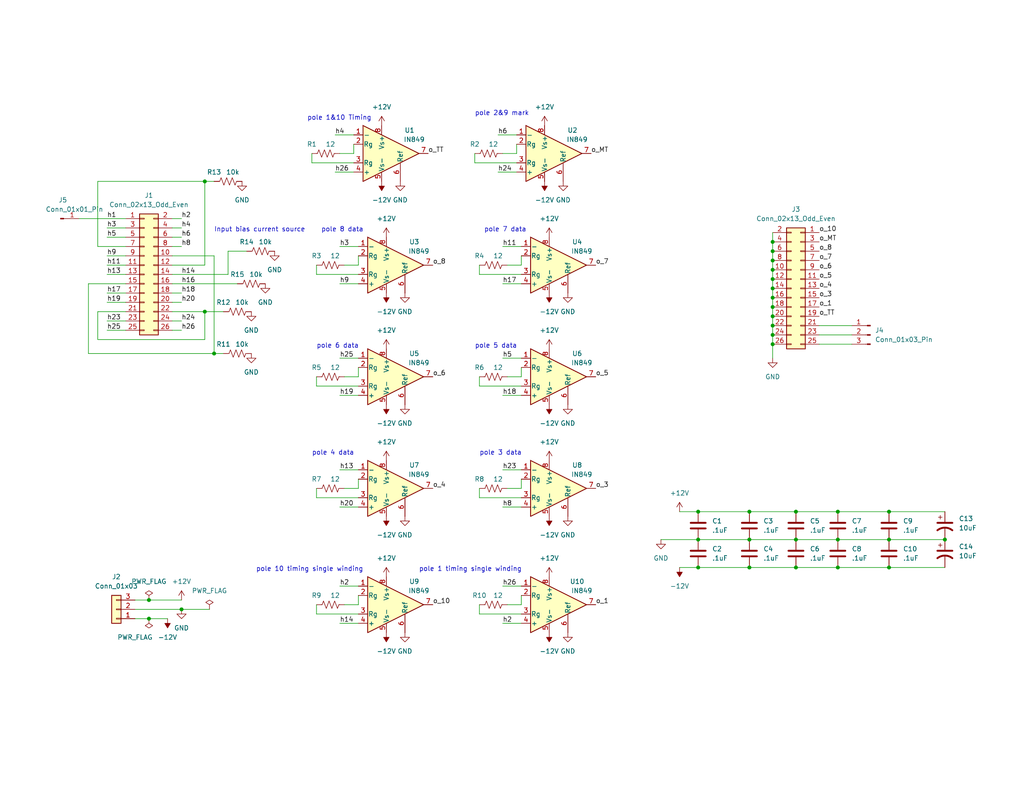
<source format=kicad_sch>
(kicad_sch (version 20231120) (generator "eeschema") (generator_version "8.0")
  (paper "USLetter")
  (lib_symbols
    (symbol "Amplifier_Instrumentation:AD8236" (pin_names (offset 0.127))
      (property "Reference" "U" (at 3.81 7.62 0))
      (property "Value" "AD8236" (at 3.81 5.08 0))
      (symbol "AD8236_0_1"
        (polyline (pts (xy -7.62 7.62) (xy -7.62 -7.62) (xy 7.62 0) (xy -7.62 7.62)) (stroke (width 0.254)) (fill (type background)))
      )
      (symbol "AD8236_1_1"
        (pin input line (at -10.16 5.08 0) (length 2.54) (name "-") (number "1"))
        (pin passive line (at -10.16 2.54 0) (length 2.54) (name "Rg") (number "2"))
        (pin passive line (at -10.16 -2.54 0) (length 2.54) (name "Rg") (number "3"))
        (pin input line (at -10.16 -5.08 0) (length 2.54) (name "+") (number "4"))
        (pin power_in line (at -2.54 -7.62 90) (length 2.54) (name "Vs-") (number "5"))
        (pin passive line (at 2.54 -7.62 90) (length 5.08) (name "Ref") (number "6"))
        (pin output line (at 10.16 0 180) (length 2.54) (name "~") (number "7"))
        (pin power_in line (at -2.54 7.62 270) (length 2.54) (name "Vs+") (number "8"))
      )
    )
    (symbol "Connector:Conn_01x01_Pin" (pin_names (offset 1.016) hide)
      (property "Reference" "J" (at 0 2.54 0))
      (property "Value" "Conn_01x01_Pin" (at 0 -2.54 0))
      (symbol "Conn_01x01_Pin_1_1"
        (polyline (pts (xy 1.27 0) (xy 0.8636 0)) (stroke (width 0.1524)))
        (rectangle (start 0.8636 0.127) (end 0 -0.127) (stroke (width 0.1524)) (fill (type outline)))
        (pin passive line (at 5.08 0 180) (length 3.81) (name "Pin_1") (number "1"))
      )
    )
    (symbol "Connector:Conn_01x03_Pin" (pin_names (offset 1.016) hide)
      (property "Reference" "J" (at 0 5.08 0))
      (property "Value" "Conn_01x03_Pin" (at 0 -5.08 0))
      (symbol "Conn_01x03_Pin_1_1"
        (polyline (pts (xy 1.27 -2.54) (xy 0.8636 -2.54)) (stroke (width 0.1524)))
        (polyline (pts (xy 1.27 0) (xy 0.8636 0)) (stroke (width 0.1524)))
        (polyline (pts (xy 1.27 2.54) (xy 0.8636 2.54)) (stroke (width 0.1524)))
        (rectangle (start 0.8636 -2.413) (end 0 -2.667) (stroke (width 0.1524)) (fill (type outline)))
        (rectangle (start 0.8636 0.127) (end 0 -0.127) (stroke (width 0.1524)) (fill (type outline)))
        (rectangle (start 0.8636 2.667) (end 0 2.413) (stroke (width 0.1524)) (fill (type outline)))
        (pin passive line (at 5.08 2.54 180) (length 3.81) (name "Pin_1") (number "1"))
        (pin passive line (at 5.08 0 180) (length 3.81) (name "Pin_2") (number "2"))
        (pin passive line (at 5.08 -2.54 180) (length 3.81) (name "Pin_3") (number "3"))
      )
    )
    (symbol "Connector_Generic:Conn_01x03" (pin_names (offset 1.016) hide)
      (property "Reference" "J" (at 0 5.08 0))
      (property "Value" "Conn_01x03" (at 0 -5.08 0))
      (symbol "Conn_01x03_1_1"
        (rectangle (start -1.27 -2.413) (end 0 -2.667) (stroke (width 0.1524)))
        (rectangle (start -1.27 0.127) (end 0 -0.127) (stroke (width 0.1524)))
        (rectangle (start -1.27 2.667) (end 0 2.413) (stroke (width 0.1524)))
        (rectangle (start -1.27 3.81) (end 1.27 -3.81) (stroke (width 0.254)) (fill (type background)))
        (pin passive line (at -5.08 2.54 0) (length 3.81) (name "Pin_1") (number "1"))
        (pin passive line (at -5.08 0 0) (length 3.81) (name "Pin_2") (number "2"))
        (pin passive line (at -5.08 -2.54 0) (length 3.81) (name "Pin_3") (number "3"))
      )
    )
    (symbol "Connector_Generic:Conn_02x13_Odd_Even" (pin_names (offset 1.016) hide)
      (property "Reference" "J" (at 1.27 17.78 0))
      (property "Value" "Conn_02x13_Odd_Even" (at 1.27 -17.78 0))
      (symbol "Conn_02x13_Odd_Even_1_1"
        (rectangle (start -1.27 -15.113) (end 0 -15.367) (stroke (width 0.1524)))
        (rectangle (start -1.27 -12.573) (end 0 -12.827) (stroke (width 0.1524)))
        (rectangle (start -1.27 -10.033) (end 0 -10.287) (stroke (width 0.1524)))
        (rectangle (start -1.27 -7.493) (end 0 -7.747) (stroke (width 0.1524)))
        (rectangle (start -1.27 -4.953) (end 0 -5.207) (stroke (width 0.1524)))
        (rectangle (start -1.27 -2.413) (end 0 -2.667) (stroke (width 0.1524)))
        (rectangle (start -1.27 0.127) (end 0 -0.127) (stroke (width 0.1524)))
        (rectangle (start -1.27 2.667) (end 0 2.413) (stroke (width 0.1524)))
        (rectangle (start -1.27 5.207) (end 0 4.953) (stroke (width 0.1524)))
        (rectangle (start -1.27 7.747) (end 0 7.493) (stroke (width 0.1524)))
        (rectangle (start -1.27 10.287) (end 0 10.033) (stroke (width 0.1524)))
        (rectangle (start -1.27 12.827) (end 0 12.573) (stroke (width 0.1524)))
        (rectangle (start -1.27 15.367) (end 0 15.113) (stroke (width 0.1524)))
        (rectangle (start -1.27 16.51) (end 3.81 -16.51) (stroke (width 0.254)) (fill (type background)))
        (rectangle (start 3.81 -15.113) (end 2.54 -15.367) (stroke (width 0.1524)))
        (rectangle (start 3.81 -12.573) (end 2.54 -12.827) (stroke (width 0.1524)))
        (rectangle (start 3.81 -10.033) (end 2.54 -10.287) (stroke (width 0.1524)))
        (rectangle (start 3.81 -7.493) (end 2.54 -7.747) (stroke (width 0.1524)))
        (rectangle (start 3.81 -4.953) (end 2.54 -5.207) (stroke (width 0.1524)))
        (rectangle (start 3.81 -2.413) (end 2.54 -2.667) (stroke (width 0.1524)))
        (rectangle (start 3.81 0.127) (end 2.54 -0.127) (stroke (width 0.1524)))
        (rectangle (start 3.81 2.667) (end 2.54 2.413) (stroke (width 0.1524)))
        (rectangle (start 3.81 5.207) (end 2.54 4.953) (stroke (width 0.1524)))
        (rectangle (start 3.81 7.747) (end 2.54 7.493) (stroke (width 0.1524)))
        (rectangle (start 3.81 10.287) (end 2.54 10.033) (stroke (width 0.1524)))
        (rectangle (start 3.81 12.827) (end 2.54 12.573) (stroke (width 0.1524)))
        (rectangle (start 3.81 15.367) (end 2.54 15.113) (stroke (width 0.1524)))
        (pin passive line (at -5.08 15.24 0) (length 3.81) (name "Pin_1") (number "1"))
        (pin passive line (at 7.62 5.08 180) (length 3.81) (name "Pin_10") (number "10"))
        (pin passive line (at -5.08 2.54 0) (length 3.81) (name "Pin_11") (number "11"))
        (pin passive line (at 7.62 2.54 180) (length 3.81) (name "Pin_12") (number "12"))
        (pin passive line (at -5.08 0 0) (length 3.81) (name "Pin_13") (number "13"))
        (pin passive line (at 7.62 0 180) (length 3.81) (name "Pin_14") (number "14"))
        (pin passive line (at -5.08 -2.54 0) (length 3.81) (name "Pin_15") (number "15"))
        (pin passive line (at 7.62 -2.54 180) (length 3.81) (name "Pin_16") (number "16"))
        (pin passive line (at -5.08 -5.08 0) (length 3.81) (name "Pin_17") (number "17"))
        (pin passive line (at 7.62 -5.08 180) (length 3.81) (name "Pin_18") (number "18"))
        (pin passive line (at -5.08 -7.62 0) (length 3.81) (name "Pin_19") (number "19"))
        (pin passive line (at 7.62 15.24 180) (length 3.81) (name "Pin_2") (number "2"))
        (pin passive line (at 7.62 -7.62 180) (length 3.81) (name "Pin_20") (number "20"))
        (pin passive line (at -5.08 -10.16 0) (length 3.81) (name "Pin_21") (number "21"))
        (pin passive line (at 7.62 -10.16 180) (length 3.81) (name "Pin_22") (number "22"))
        (pin passive line (at -5.08 -12.7 0) (length 3.81) (name "Pin_23") (number "23"))
        (pin passive line (at 7.62 -12.7 180) (length 3.81) (name "Pin_24") (number "24"))
        (pin passive line (at -5.08 -15.24 0) (length 3.81) (name "Pin_25") (number "25"))
        (pin passive line (at 7.62 -15.24 180) (length 3.81) (name "Pin_26") (number "26"))
        (pin passive line (at -5.08 12.7 0) (length 3.81) (name "Pin_3") (number "3"))
        (pin passive line (at 7.62 12.7 180) (length 3.81) (name "Pin_4") (number "4"))
        (pin passive line (at -5.08 10.16 0) (length 3.81) (name "Pin_5") (number "5"))
        (pin passive line (at 7.62 10.16 180) (length 3.81) (name "Pin_6") (number "6"))
        (pin passive line (at -5.08 7.62 0) (length 3.81) (name "Pin_7") (number "7"))
        (pin passive line (at 7.62 7.62 180) (length 3.81) (name "Pin_8") (number "8"))
        (pin passive line (at -5.08 5.08 0) (length 3.81) (name "Pin_9") (number "9"))
      )
    )
    (symbol "Device:C" (pin_numbers hide) (pin_names (offset 0.254))
      (property "Reference" "C" (at 0.635 2.54 0))
      (property "Value" "C" (at 0.635 -2.54 0))
      (symbol "C_0_1"
        (polyline (pts (xy -2.032 -0.762) (xy 2.032 -0.762)) (stroke (width 0.508)))
        (polyline (pts (xy -2.032 0.762) (xy 2.032 0.762)) (stroke (width 0.508)))
      )
      (symbol "C_1_1"
        (pin passive line (at 0 3.81 270) (length 2.794) (name "~") (number "1"))
        (pin passive line (at 0 -3.81 90) (length 2.794) (name "~") (number "2"))
      )
    )
    (symbol "Device:C_Polarized_US" (pin_numbers hide) (pin_names (offset 0.254) hide)
      (property "Reference" "C" (at 0.635 2.54 0))
      (property "Value" "C_Polarized_US" (at 0.635 -2.54 0))
      (symbol "C_Polarized_US_0_1"
        (polyline (pts (xy -2.032 0.762) (xy 2.032 0.762)) (stroke (width 0.508)))
        (polyline (pts (xy -1.778 2.286) (xy -0.762 2.286)))
        (polyline (pts (xy -1.27 1.778) (xy -1.27 2.794)))
        (arc (start 2.032 -1.27) (mid 0 -0.5572) (end -2.032 -1.27) (stroke (width 0.508)))
      )
      (symbol "C_Polarized_US_1_1"
        (pin passive line (at 0 3.81 270) (length 2.794) (name "~") (number "1"))
        (pin passive line (at 0 -3.81 90) (length 3.302) (name "~") (number "2"))
      )
    )
    (symbol "Device:R_US" (pin_numbers hide) (pin_names (offset 0))
      (property "Reference" "R" (at 2.54 0 90))
      (property "Value" "R_US" (at -2.54 0 90))
      (symbol "R_US_0_1"
        (polyline (pts (xy 0 -2.286) (xy 0 -2.54)))
        (polyline (pts (xy 0 2.286) (xy 0 2.54)))
        (polyline (pts (xy 0 -0.762) (xy 1.016 -1.143) (xy 0 -1.524) (xy -1.016 -1.905) (xy 0 -2.286)))
        (polyline (pts (xy 0 0.762) (xy 1.016 0.381) (xy 0 0) (xy -1.016 -0.381) (xy 0 -0.762)))
        (polyline (pts (xy 0 2.286) (xy 1.016 1.905) (xy 0 1.524) (xy -1.016 1.143) (xy 0 0.762)))
      )
      (symbol "R_US_1_1"
        (pin passive line (at 0 3.81 270) (length 1.27) (name "~") (number "1"))
        (pin passive line (at 0 -3.81 90) (length 1.27) (name "~") (number "2"))
      )
    )
    (symbol "power:+12V" (power) (pin_names (offset 0))
      (property "Value" "+12V" (at 0 3.556 0))
      (symbol "+12V_0_1"
        (polyline (pts (xy -0.762 1.27) (xy 0 2.54)))
        (polyline (pts (xy 0 0) (xy 0 2.54)))
        (polyline (pts (xy 0 2.54) (xy 0.762 1.27)))
      )
      (symbol "+12V_1_1"
        (pin power_in line (at 0 0 90) (length 0) hide (name "+12V") (number "1"))
      )
    )
    (symbol "power:-12V" (power) (pin_names (offset 0))
      (property "Value" "-12V" (at 0 3.81 0))
      (symbol "-12V_0_0"
        (pin power_in line (at 0 0 90) (length 0) hide (name "-12V") (number "1"))
      )
      (symbol "-12V_0_1"
        (polyline (pts (xy 0 0) (xy 0 1.27) (xy 0.762 1.27) (xy 0 2.54) (xy -0.762 1.27) (xy 0 1.27)) (fill (type outline)))
      )
    )
    (symbol "power:GND" (power) (pin_names (offset 0))
      (property "Value" "GND" (at 0 -3.81 0))
      (symbol "GND_0_1"
        (polyline (pts (xy 0 0) (xy 0 -1.27) (xy 1.27 -1.27) (xy 0 -2.54) (xy -1.27 -1.27) (xy 0 -1.27)))
      )
      (symbol "GND_1_1"
        (pin power_in line (at 0 0 270) (length 0) hide (name "GND") (number "1"))
      )
    )
    (symbol "power:PWR_FLAG" (power) (pin_numbers hide) (pin_names (offset 0) hide)
      (property "Value" "PWR_FLAG" (at 0 3.81 0))
      (symbol "PWR_FLAG_0_0"
        (pin power_out line (at 0 0 90) (length 0) (name "pwr") (number "1"))
      )
      (symbol "PWR_FLAG_0_1"
        (polyline (pts (xy 0 0) (xy 0 1.27) (xy -1.016 1.905) (xy 0 2.54) (xy 1.016 1.905) (xy 0 1.27)))
      )
    )
  )
  (junction (at 210.82 81.28))
  (junction (at 55.88 49.53))
  (junction (at 190.5 154.94))
  (junction (at 210.82 71.12))
  (junction (at 257.81 147.32))
  (junction (at 40.64 168.91))
  (junction (at 242.57 139.7))
  (junction (at 210.82 88.9))
  (junction (at 204.47 139.7))
  (junction (at 210.82 76.2))
  (junction (at 242.57 154.94))
  (junction (at 49.53 166.37))
  (junction (at 210.82 83.82))
  (junction (at 210.82 93.98))
  (junction (at 55.88 85.09))
  (junction (at 204.47 147.32))
  (junction (at 190.5 147.32))
  (junction (at 228.6 147.32))
  (junction (at 228.6 139.7))
  (junction (at 228.6 154.94))
  (junction (at 210.82 68.58))
  (junction (at 210.82 73.66))
  (junction (at 204.47 154.94))
  (junction (at 210.82 78.74))
  (junction (at 242.57 147.32))
  (junction (at 217.17 147.32))
  (junction (at 190.5 139.7))
  (junction (at 210.82 86.36))
  (junction (at 58.42 96.52))
  (junction (at 210.82 91.44))
  (junction (at 40.64 163.83))
  (junction (at 210.82 66.04))
  (junction (at 217.17 154.94))
  (junction (at 217.17 139.7))
  (wire (pts (xy 58.42 69.85) (xy 58.42 96.52)))
  (wire (pts (xy 29.21 74.93) (xy 34.29 74.93)))
  (wire (pts (xy 204.47 139.7) (xy 217.17 139.7)))
  (wire (pts (xy 93.98 102.87) (xy 97.79 102.87)))
  (wire (pts (xy 24.13 77.47) (xy 34.29 77.47)))
  (wire (pts (xy 210.82 71.12) (xy 210.82 73.66)))
  (wire (pts (xy 138.43 165.1) (xy 142.24 165.1)))
  (wire (pts (xy 29.21 80.01) (xy 34.29 80.01)))
  (wire (pts (xy 91.44 36.83) (xy 96.52 36.83)))
  (wire (pts (xy 91.44 46.99) (xy 96.52 46.99)))
  (wire (pts (xy 138.43 133.35) (xy 142.24 133.35)))
  (wire (pts (xy 62.23 68.58) (xy 67.31 68.58)))
  (wire (pts (xy 29.21 87.63) (xy 34.29 87.63)))
  (wire (pts (xy 210.82 81.28) (xy 210.82 83.82)))
  (wire (pts (xy 210.82 63.5) (xy 210.82 66.04)))
  (wire (pts (xy 92.71 138.43) (xy 97.79 138.43)))
  (wire (pts (xy 242.57 154.94) (xy 257.81 154.94)))
  (wire (pts (xy 26.67 67.31) (xy 34.29 67.31)))
  (wire (pts (xy 135.89 36.83) (xy 140.97 36.83)))
  (wire (pts (xy 138.43 102.87) (xy 142.24 102.87)))
  (wire (pts (xy 46.99 87.63) (xy 49.53 87.63)))
  (wire (pts (xy 210.82 78.74) (xy 210.82 81.28)))
  (wire (pts (xy 97.79 133.35) (xy 97.79 130.81)))
  (wire (pts (xy 24.13 96.52) (xy 58.42 96.52)))
  (wire (pts (xy 185.42 154.94) (xy 190.5 154.94)))
  (wire (pts (xy 86.36 167.64) (xy 86.36 165.1)))
  (wire (pts (xy 24.13 77.47) (xy 24.13 96.52)))
  (wire (pts (xy 26.67 85.09) (xy 34.29 85.09)))
  (wire (pts (xy 46.99 69.85) (xy 58.42 69.85)))
  (wire (pts (xy 46.99 62.23) (xy 49.53 62.23)))
  (wire (pts (xy 130.81 105.41) (xy 130.81 102.87)))
  (wire (pts (xy 36.83 163.83) (xy 40.64 163.83)))
  (wire (pts (xy 46.99 74.93) (xy 62.23 74.93)))
  (wire (pts (xy 97.79 135.89) (xy 86.36 135.89)))
  (wire (pts (xy 62.23 74.93) (xy 62.23 68.58)))
  (wire (pts (xy 190.5 139.7) (xy 204.47 139.7)))
  (wire (pts (xy 29.21 69.85) (xy 34.29 69.85)))
  (wire (pts (xy 92.71 41.91) (xy 96.52 41.91)))
  (wire (pts (xy 92.71 170.18) (xy 97.79 170.18)))
  (wire (pts (xy 210.82 91.44) (xy 210.82 93.98)))
  (wire (pts (xy 92.71 107.95) (xy 97.79 107.95)))
  (wire (pts (xy 97.79 105.41) (xy 86.36 105.41)))
  (wire (pts (xy 92.71 77.47) (xy 97.79 77.47)))
  (wire (pts (xy 130.81 74.93) (xy 130.81 72.39)))
  (wire (pts (xy 55.88 85.09) (xy 60.96 85.09)))
  (wire (pts (xy 55.88 85.09) (xy 55.88 92.71)))
  (wire (pts (xy 140.97 41.91) (xy 140.97 39.37)))
  (wire (pts (xy 228.6 147.32) (xy 242.57 147.32)))
  (wire (pts (xy 29.21 64.77) (xy 34.29 64.77)))
  (wire (pts (xy 185.42 139.7) (xy 190.5 139.7)))
  (wire (pts (xy 142.24 135.89) (xy 130.81 135.89)))
  (wire (pts (xy 55.88 92.71) (xy 26.67 92.71)))
  (wire (pts (xy 29.21 62.23) (xy 34.29 62.23)))
  (wire (pts (xy 204.47 154.94) (xy 217.17 154.94)))
  (wire (pts (xy 142.24 102.87) (xy 142.24 100.33)))
  (wire (pts (xy 210.82 83.82) (xy 210.82 86.36)))
  (wire (pts (xy 46.99 64.77) (xy 49.53 64.77)))
  (wire (pts (xy 138.43 72.39) (xy 142.24 72.39)))
  (wire (pts (xy 86.36 74.93) (xy 86.36 72.39)))
  (wire (pts (xy 242.57 139.7) (xy 257.81 139.7)))
  (wire (pts (xy 137.16 97.79) (xy 142.24 97.79)))
  (wire (pts (xy 92.71 97.79) (xy 97.79 97.79)))
  (wire (pts (xy 210.82 68.58) (xy 210.82 71.12)))
  (wire (pts (xy 137.16 77.47) (xy 142.24 77.47)))
  (wire (pts (xy 180.34 147.32) (xy 190.5 147.32)))
  (wire (pts (xy 46.99 85.09) (xy 55.88 85.09)))
  (wire (pts (xy 93.98 165.1) (xy 97.79 165.1)))
  (wire (pts (xy 223.52 91.44) (xy 232.41 91.44)))
  (wire (pts (xy 217.17 154.94) (xy 228.6 154.94)))
  (wire (pts (xy 97.79 165.1) (xy 97.79 162.56)))
  (wire (pts (xy 223.52 88.9) (xy 232.41 88.9)))
  (wire (pts (xy 129.54 44.45) (xy 129.54 41.91)))
  (wire (pts (xy 29.21 72.39) (xy 34.29 72.39)))
  (wire (pts (xy 97.79 72.39) (xy 97.79 69.85)))
  (wire (pts (xy 96.52 44.45) (xy 85.09 44.45)))
  (wire (pts (xy 86.36 105.41) (xy 86.36 102.87)))
  (wire (pts (xy 40.64 168.91) (xy 45.72 168.91)))
  (wire (pts (xy 49.53 166.37) (xy 57.15 166.37)))
  (wire (pts (xy 93.98 72.39) (xy 97.79 72.39)))
  (wire (pts (xy 97.79 74.93) (xy 86.36 74.93)))
  (wire (pts (xy 26.67 92.71) (xy 26.67 85.09)))
  (wire (pts (xy 36.83 168.91) (xy 40.64 168.91)))
  (wire (pts (xy 92.71 160.02) (xy 97.79 160.02)))
  (wire (pts (xy 46.99 59.69) (xy 49.53 59.69)))
  (wire (pts (xy 228.6 154.94) (xy 242.57 154.94)))
  (wire (pts (xy 137.16 170.18) (xy 142.24 170.18)))
  (wire (pts (xy 46.99 80.01) (xy 49.53 80.01)))
  (wire (pts (xy 21.59 59.69) (xy 34.29 59.69)))
  (wire (pts (xy 130.81 135.89) (xy 130.81 133.35)))
  (wire (pts (xy 93.98 133.35) (xy 97.79 133.35)))
  (wire (pts (xy 223.52 93.98) (xy 232.41 93.98)))
  (wire (pts (xy 46.99 72.39) (xy 55.88 72.39)))
  (wire (pts (xy 190.5 147.32) (xy 204.47 147.32)))
  (wire (pts (xy 85.09 44.45) (xy 85.09 41.91)))
  (wire (pts (xy 137.16 41.91) (xy 140.97 41.91)))
  (wire (pts (xy 55.88 72.39) (xy 55.88 49.53)))
  (wire (pts (xy 137.16 107.95) (xy 142.24 107.95)))
  (wire (pts (xy 46.99 77.47) (xy 64.77 77.47)))
  (wire (pts (xy 29.21 82.55) (xy 34.29 82.55)))
  (wire (pts (xy 46.99 67.31) (xy 49.53 67.31)))
  (wire (pts (xy 26.67 49.53) (xy 26.67 67.31)))
  (wire (pts (xy 92.71 67.31) (xy 97.79 67.31)))
  (wire (pts (xy 55.88 49.53) (xy 26.67 49.53)))
  (wire (pts (xy 210.82 88.9) (xy 210.82 91.44)))
  (wire (pts (xy 142.24 167.64) (xy 130.81 167.64)))
  (wire (pts (xy 210.82 73.66) (xy 210.82 76.2)))
  (wire (pts (xy 29.21 90.17) (xy 34.29 90.17)))
  (wire (pts (xy 210.82 76.2) (xy 210.82 78.74)))
  (wire (pts (xy 217.17 147.32) (xy 228.6 147.32)))
  (wire (pts (xy 46.99 82.55) (xy 49.53 82.55)))
  (wire (pts (xy 97.79 167.64) (xy 86.36 167.64)))
  (wire (pts (xy 210.82 93.98) (xy 210.82 97.79)))
  (wire (pts (xy 137.16 160.02) (xy 142.24 160.02)))
  (wire (pts (xy 36.83 166.37) (xy 49.53 166.37)))
  (wire (pts (xy 86.36 135.89) (xy 86.36 133.35)))
  (wire (pts (xy 96.52 41.91) (xy 96.52 39.37)))
  (wire (pts (xy 40.64 163.83) (xy 49.53 163.83)))
  (wire (pts (xy 142.24 133.35) (xy 142.24 130.81)))
  (wire (pts (xy 137.16 138.43) (xy 142.24 138.43)))
  (wire (pts (xy 242.57 147.32) (xy 257.81 147.32)))
  (wire (pts (xy 135.89 46.99) (xy 140.97 46.99)))
  (wire (pts (xy 46.99 90.17) (xy 49.53 90.17)))
  (wire (pts (xy 140.97 44.45) (xy 129.54 44.45)))
  (wire (pts (xy 137.16 128.27) (xy 142.24 128.27)))
  (wire (pts (xy 142.24 165.1) (xy 142.24 162.56)))
  (wire (pts (xy 137.16 67.31) (xy 142.24 67.31)))
  (wire (pts (xy 204.47 147.32) (xy 217.17 147.32)))
  (wire (pts (xy 210.82 66.04) (xy 210.82 68.58)))
  (wire (pts (xy 55.88 49.53) (xy 58.42 49.53)))
  (wire (pts (xy 210.82 86.36) (xy 210.82 88.9)))
  (wire (pts (xy 58.42 96.52) (xy 60.96 96.52)))
  (wire (pts (xy 92.71 128.27) (xy 97.79 128.27)))
  (wire (pts (xy 142.24 74.93) (xy 130.81 74.93)))
  (wire (pts (xy 190.5 154.94) (xy 204.47 154.94)))
  (wire (pts (xy 228.6 139.7) (xy 242.57 139.7)))
  (wire (pts (xy 142.24 72.39) (xy 142.24 69.85)))
  (wire (pts (xy 130.81 167.64) (xy 130.81 165.1)))
  (wire (pts (xy 97.79 102.87) (xy 97.79 100.33)))
  (wire (pts (xy 217.17 139.7) (xy 228.6 139.7)))
  (wire (pts (xy 142.24 105.41) (xy 130.81 105.41)))
  (text "Input bias current source" (at 58.42 63.5 0) (effects (font (size 1.27 1.27)) (justify left bottom)))
  (text "pole 3 data" (at 130.81 124.46 0) (effects (font (size 1.27 1.27)) (justify left bottom)))
  (text "pole 7 data" (at 132.08 63.5 0) (effects (font (size 1.27 1.27)) (justify left bottom)))
  (text "pole 6 data" (at 86.36 95.25 0) (effects (font (size 1.27 1.27)) (justify left bottom)))
  (text "pole 1&10 Timing\n" (at 83.82 33.02 0) (effects (font (size 1.27 1.27)) (justify left bottom)))
  (text "pole 10 timing single winding\n" (at 69.85 156.21 0) (effects (font (size 1.27 1.27)) (justify left bottom)))
  (text "pole 2&9 mark\n" (at 129.54 31.75 0) (effects (font (size 1.27 1.27)) (justify left bottom)))
  (text "pole 8 data" (at 87.63 63.5 0) (effects (font (size 1.27 1.27)) (justify left bottom)))
  (text "pole 1 timing single winding\n" (at 114.3 156.21 0) (effects (font (size 1.27 1.27)) (justify left bottom)))
  (text "pole 5 data" (at 129.54 95.25 0) (effects (font (size 1.27 1.27)) (justify left bottom)))
  (text "pole 4 data" (at 85.09 124.46 0) (effects (font (size 1.27 1.27)) (justify left bottom)))
  (label "h20" (at 49.53 82.55 0))
  (label "h20" (at 92.71 138.43 0))
  (label "o_TT" (at 223.52 86.36 0))
  (label "h4" (at 49.53 62.23 0))
  (label "h24" (at 49.53 87.63 0))
  (label "h13" (at 92.71 128.27 0))
  (label "h17" (at 29.21 80.01 0))
  (label "o_MT" (at 223.52 66.04 0))
  (label "o_6" (at 118.11 102.87 0))
  (label "h3" (at 29.21 62.23 0))
  (label "h14" (at 92.71 170.18 0))
  (label "o_MT" (at 161.29 41.91 0))
  (label "h6" (at 49.53 64.77 0))
  (label "h25" (at 92.71 97.79 0))
  (label "h5" (at 137.16 97.79 0))
  (label "h8" (at 137.16 138.43 0))
  (label "h19" (at 92.71 107.95 0))
  (label "o_6" (at 223.52 73.66 0))
  (label "o_10" (at 118.11 165.1 0))
  (label "h4" (at 91.44 36.83 0))
  (label "o_7" (at 162.56 72.39 0))
  (label "h13" (at 29.21 74.93 0))
  (label "h16" (at 49.53 77.47 0))
  (label "h11" (at 137.16 67.31 0))
  (label "h25" (at 29.21 90.17 0))
  (label "h9" (at 92.71 77.47 0))
  (label "h5" (at 29.21 64.77 0))
  (label "h6" (at 135.89 36.83 0))
  (label "h23" (at 29.21 87.63 0))
  (label "h2" (at 137.16 170.18 0))
  (label "o_1" (at 223.52 83.82 0))
  (label "h1" (at 29.21 59.69 0))
  (label "o_4" (at 118.11 133.35 0))
  (label "o_5" (at 223.52 76.2 0))
  (label "h3" (at 92.71 67.31 0))
  (label "h26" (at 49.53 90.17 0))
  (label "o_8" (at 223.52 68.58 0))
  (label "o_1" (at 162.56 165.1 0))
  (label "o_5" (at 162.56 102.87 0))
  (label "h17" (at 137.16 77.47 0))
  (label "h2" (at 92.71 160.02 0))
  (label "h9" (at 29.21 69.85 0))
  (label "h14" (at 49.53 74.93 0))
  (label "h2" (at 49.53 59.69 0))
  (label "o_TT" (at 116.84 41.91 0))
  (label "h26" (at 137.16 160.02 0))
  (label "o_10" (at 223.52 63.5 0))
  (label "h8" (at 49.53 67.31 0))
  (label "o_7" (at 223.52 71.12 0))
  (label "h26" (at 91.44 46.99 0))
  (label "h24" (at 135.89 46.99 0))
  (label "o_8" (at 118.11 72.39 0))
  (label "o_4" (at 223.52 78.74 0))
  (label "h18" (at 49.53 80.01 0))
  (label "h11" (at 29.21 72.39 0))
  (label "h19" (at 29.21 82.55 0))
  (label "o_3" (at 223.52 81.28 0))
  (label "h18" (at 137.16 107.95 0))
  (label "h23" (at 137.16 128.27 0))
  (label "o_3" (at 162.56 133.35 0))
  (symbol (lib_id "Amplifier_Instrumentation:AD8236") (at 107.95 165.1 0) (unit 1)
    (property "Reference" "U9" (at 113.03 158.75 0))
    (property "Value" "IN849" (at 114.3 161.29 0))
    (property "Footprint" "Library:VSSOP-8_3.0x3.0mm_P0.65mm-0.08space" (effects (hide yes)))
    (property "Datasheet" "https://www.ti.com/lit/ds/symlink/ina849.pdf?ts=1716794813326&ref_url=https%253A%252F%252Fwww.ti.com%252Faudio-ic%252Famplifiers%252Fmicrophone-preamplifiers%252Fproducts.html" (effects (hide yes)))
  )
  (symbol (lib_id "Device:C") (at 242.57 143.51 0) (unit 1)
    (property "Reference" "C9" (at 246.38 142.24 0) (effects (justify left)))
    (property "Value" ".1uF" (at 246.38 144.78 0) (effects (justify left)))
    (property "Footprint" "Capacitor_SMD:C_0805_2012Metric" (effects (hide yes)))
  )
  (symbol (lib_id "Device:R_US") (at 64.77 96.52 90) (unit 1)
    (property "Reference" "R11" (at 60.96 93.98 90))
    (property "Value" "10k" (at 66.04 93.98 90))
    (property "Footprint" "Resistor_SMD:R_0805_2012Metric" (effects (hide yes)))
  )
  (symbol (lib_id "Amplifier_Instrumentation:AD8236") (at 106.68 41.91 0) (unit 1)
    (property "Reference" "U1" (at 111.76 35.56 0))
    (property "Value" "IN849" (at 113.03 38.1 0))
    (property "Footprint" "Library:VSSOP-8_3.0x3.0mm_P0.65mm-0.08space" (effects (hide yes)))
    (property "Datasheet" "https://www.ti.com/lit/ds/symlink/ina849.pdf?ts=1716794813326&ref_url=https%253A%252F%252Fwww.ti.com%252Faudio-ic%252Famplifiers%252Fmicrophone-preamplifiers%252Fproducts.html" (effects (hide yes)))
  )
  (symbol (lib_id "Amplifier_Instrumentation:AD8236") (at 152.4 102.87 0) (unit 1)
    (property "Reference" "U6" (at 157.48 96.52 0))
    (property "Value" "IN849" (at 158.75 99.06 0))
    (property "Footprint" "Library:VSSOP-8_3.0x3.0mm_P0.65mm-0.08space" (effects (hide yes)))
    (property "Datasheet" "https://www.ti.com/lit/ds/symlink/ina849.pdf?ts=1716794813326&ref_url=https%253A%252F%252Fwww.ti.com%252Faudio-ic%252Famplifiers%252Fmicrophone-preamplifiers%252Fproducts.html" (effects (hide yes)))
  )
  (symbol (lib_id "power:+12V") (at 104.14 34.29 0) (unit 1)
    (property "Reference" "#PWR01" (effects (hide yes)))
    (property "Value" "+12V" (at 104.14 29.21 0))
  )
  (symbol (lib_id "Device:C") (at 217.17 143.51 0) (unit 1)
    (property "Reference" "C5" (at 220.98 142.24 0) (effects (justify left)))
    (property "Value" ".1uF" (at 220.98 144.78 0) (effects (justify left)))
    (property "Footprint" "Capacitor_SMD:C_0805_2012Metric" (effects (hide yes)))
  )
  (symbol (lib_id "Amplifier_Instrumentation:AD8236") (at 152.4 133.35 0) (unit 1)
    (property "Reference" "U8" (at 157.48 127 0))
    (property "Value" "IN849" (at 158.75 129.54 0))
    (property "Footprint" "Library:VSSOP-8_3.0x3.0mm_P0.65mm-0.08space" (effects (hide yes)))
    (property "Datasheet" "https://www.ti.com/lit/ds/symlink/ina849.pdf?ts=1716794813326&ref_url=https%253A%252F%252Fwww.ti.com%252Faudio-ic%252Famplifiers%252Fmicrophone-preamplifiers%252Fproducts.html" (effects (hide yes)))
  )
  (symbol (lib_id "power:GND") (at 154.94 80.01 0) (unit 1)
    (property "Reference" "#PWR012" (effects (hide yes)))
    (property "Value" "GND" (at 154.94 85.09 0))
  )
  (symbol (lib_id "Device:C") (at 228.6 151.13 0) (unit 1)
    (property "Reference" "C8" (at 232.41 149.86 0) (effects (justify left)))
    (property "Value" ".1uF" (at 232.41 152.4 0) (effects (justify left)))
    (property "Footprint" "Capacitor_SMD:C_0805_2012Metric" (effects (hide yes)))
  )
  (symbol (lib_id "Device:C") (at 190.5 143.51 0) (unit 1)
    (property "Reference" "C1" (at 194.31 142.24 0) (effects (justify left)))
    (property "Value" ".1uF" (at 194.31 144.78 0) (effects (justify left)))
    (property "Footprint" "Capacitor_SMD:C_0805_2012Metric" (effects (hide yes)))
  )
  (symbol (lib_id "power:GND") (at 154.94 140.97 0) (unit 1)
    (property "Reference" "#PWR024" (effects (hide yes)))
    (property "Value" "GND" (at 154.94 146.05 0))
  )
  (symbol (lib_id "power:-12V") (at 105.41 140.97 180) (unit 1)
    (property "Reference" "#PWR020" (effects (hide yes)))
    (property "Value" "-12V" (at 105.41 146.05 0))
  )
  (symbol (lib_id "power:GND") (at 210.82 97.79 0) (unit 1)
    (property "Reference" "#PWR039" (effects (hide yes)))
    (property "Value" "GND" (at 210.82 102.87 0))
  )
  (symbol (lib_id "Device:R_US") (at 90.17 72.39 90) (unit 1)
    (property "Reference" "R3" (at 86.36 69.85 90))
    (property "Value" "12" (at 91.44 69.85 90))
    (property "Footprint" "Resistor_SMD:R_0805_2012Metric" (effects (hide yes)))
  )
  (symbol (lib_id "Connector:Conn_01x01_Pin") (at 16.51 59.69 0) (unit 1)
    (property "Reference" "J5" (at 17.145 54.61 0))
    (property "Value" "Conn_01x01_Pin" (at 20.32 57.15 0))
    (property "Footprint" "Connector_PinHeader_2.54mm:PinHeader_1x01_P2.54mm_Vertical" (effects (hide yes)))
  )
  (symbol (lib_id "power:+12V") (at 185.42 139.7 0) (unit 1)
    (property "Reference" "#PWR038" (effects (hide yes)))
    (property "Value" "+12V" (at 185.42 134.62 0))
  )
  (symbol (lib_id "power:GND") (at 68.58 85.09 0) (unit 1)
    (property "Reference" "#PWR032" (effects (hide yes)))
    (property "Value" "GND" (at 68.58 90.17 0))
  )
  (symbol (lib_id "Device:R_US") (at 90.17 165.1 90) (unit 1)
    (property "Reference" "R9" (at 86.36 162.56 90))
    (property "Value" "12" (at 91.44 162.56 90))
    (property "Footprint" "Resistor_SMD:R_0805_2012Metric" (effects (hide yes)))
  )
  (symbol (lib_id "Device:R_US") (at 64.77 85.09 90) (unit 1)
    (property "Reference" "R12" (at 60.96 82.55 90))
    (property "Value" "10k" (at 66.04 82.55 90))
    (property "Footprint" "Resistor_SMD:R_0805_2012Metric" (effects (hide yes)))
  )
  (symbol (lib_id "power:+12V") (at 149.86 157.48 0) (unit 1)
    (property "Reference" "#PWR028" (effects (hide yes)))
    (property "Value" "+12V" (at 149.86 152.4 0))
  )
  (symbol (lib_id "power:+12V") (at 49.53 163.83 0) (unit 1)
    (property "Reference" "#PWR040" (effects (hide yes)))
    (property "Value" "+12V" (at 49.53 158.75 0))
  )
  (symbol (lib_id "Device:R_US") (at 90.17 102.87 90) (unit 1)
    (property "Reference" "R5" (at 86.36 100.33 90))
    (property "Value" "12" (at 91.44 100.33 90))
    (property "Footprint" "Resistor_SMD:R_0805_2012Metric" (effects (hide yes)))
  )
  (symbol (lib_id "Device:C") (at 190.5 151.13 0) (unit 1)
    (property "Reference" "C2" (at 194.31 149.86 0) (effects (justify left)))
    (property "Value" ".1uF" (at 194.31 152.4 0) (effects (justify left)))
    (property "Footprint" "Capacitor_SMD:C_0805_2012Metric" (effects (hide yes)))
  )
  (symbol (lib_id "power:GND") (at 153.67 49.53 0) (unit 1)
    (property "Reference" "#PWR06" (effects (hide yes)))
    (property "Value" "GND" (at 153.67 54.61 0))
  )
  (symbol (lib_id "power:+12V") (at 148.59 34.29 0) (unit 1)
    (property "Reference" "#PWR04" (effects (hide yes)))
    (property "Value" "+12V" (at 148.59 29.21 0))
  )
  (symbol (lib_id "power:PWR_FLAG") (at 40.64 163.83 0) (unit 1)
    (property "Reference" "#FLG01" (effects (hide yes)))
    (property "Value" "PWR_FLAG" (at 40.64 158.75 0))
  )
  (symbol (lib_id "power:GND") (at 110.49 140.97 0) (unit 1)
    (property "Reference" "#PWR021" (effects (hide yes)))
    (property "Value" "GND" (at 110.49 146.05 0))
  )
  (symbol (lib_id "Amplifier_Instrumentation:AD8236") (at 107.95 72.39 0) (unit 1)
    (property "Reference" "U3" (at 113.03 66.04 0))
    (property "Value" "IN849" (at 114.3 68.58 0))
    (property "Footprint" "Library:VSSOP-8_3.0x3.0mm_P0.65mm-0.08space" (effects (hide yes)))
    (property "Datasheet" "https://www.ti.com/lit/ds/symlink/ina849.pdf?ts=1716794813326&ref_url=https%253A%252F%252Fwww.ti.com%252Faudio-ic%252Famplifiers%252Fmicrophone-preamplifiers%252Fproducts.html" (effects (hide yes)))
  )
  (symbol (lib_id "Amplifier_Instrumentation:AD8236") (at 152.4 72.39 0) (unit 1)
    (property "Reference" "U4" (at 157.48 66.04 0))
    (property "Value" "IN849" (at 158.75 68.58 0))
    (property "Footprint" "Library:VSSOP-8_3.0x3.0mm_P0.65mm-0.08space" (effects (hide yes)))
    (property "Datasheet" "https://www.ti.com/lit/ds/symlink/ina849.pdf?ts=1716794813326&ref_url=https%253A%252F%252Fwww.ti.com%252Faudio-ic%252Famplifiers%252Fmicrophone-preamplifiers%252Fproducts.html" (effects (hide yes)))
  )
  (symbol (lib_id "power:-12V") (at 149.86 110.49 180) (unit 1)
    (property "Reference" "#PWR017" (effects (hide yes)))
    (property "Value" "-12V" (at 149.86 115.57 0))
  )
  (symbol (lib_id "power:GND") (at 110.49 172.72 0) (unit 1)
    (property "Reference" "#PWR027" (effects (hide yes)))
    (property "Value" "GND" (at 110.49 177.8 0))
  )
  (symbol (lib_id "power:+12V") (at 149.86 95.25 0) (unit 1)
    (property "Reference" "#PWR016" (effects (hide yes)))
    (property "Value" "+12V" (at 149.86 90.17 0))
  )
  (symbol (lib_id "Amplifier_Instrumentation:AD8236") (at 107.95 102.87 0) (unit 1)
    (property "Reference" "U5" (at 113.03 96.52 0))
    (property "Value" "IN849" (at 114.3 99.06 0))
    (property "Footprint" "Library:VSSOP-8_3.0x3.0mm_P0.65mm-0.08space" (effects (hide yes)))
    (property "Datasheet" "https://www.ti.com/lit/ds/symlink/ina849.pdf?ts=1716794813326&ref_url=https%253A%252F%252Fwww.ti.com%252Faudio-ic%252Famplifiers%252Fmicrophone-preamplifiers%252Fproducts.html" (effects (hide yes)))
  )
  (symbol (lib_id "Device:C") (at 217.17 151.13 0) (unit 1)
    (property "Reference" "C6" (at 220.98 149.86 0) (effects (justify left)))
    (property "Value" ".1uF" (at 220.98 152.4 0) (effects (justify left)))
    (property "Footprint" "Capacitor_SMD:C_0805_2012Metric" (effects (hide yes)))
  )
  (symbol (lib_id "power:-12V") (at 148.59 49.53 180) (unit 1)
    (property "Reference" "#PWR05" (effects (hide yes)))
    (property "Value" "-12V" (at 148.59 54.61 0))
  )
  (symbol (lib_id "Connector_Generic:Conn_01x03") (at 31.75 166.37 180) (unit 1)
    (property "Reference" "J2" (at 31.75 157.48 0))
    (property "Value" "Conn_01x03" (at 31.75 160.02 0))
    (property "Footprint" "Connector_JST:JST_PH_B3B-PH-K_1x03_P2.00mm_Vertical" (effects (hide yes)))
  )
  (symbol (lib_id "power:GND") (at 68.58 96.52 0) (unit 1)
    (property "Reference" "#PWR031" (effects (hide yes)))
    (property "Value" "GND" (at 68.58 101.6 0))
  )
  (symbol (lib_id "Device:C") (at 228.6 143.51 0) (unit 1)
    (property "Reference" "C7" (at 232.41 142.24 0) (effects (justify left)))
    (property "Value" ".1uF" (at 232.41 144.78 0) (effects (justify left)))
    (property "Footprint" "Capacitor_SMD:C_0805_2012Metric" (effects (hide yes)))
  )
  (symbol (lib_id "power:GND") (at 66.04 49.53 0) (unit 1)
    (property "Reference" "#PWR033" (effects (hide yes)))
    (property "Value" "GND" (at 66.04 54.61 0))
  )
  (symbol (lib_id "power:-12V") (at 185.42 154.94 180) (unit 1)
    (property "Reference" "#PWR037" (effects (hide yes)))
    (property "Value" "-12V" (at 185.42 160.02 0))
  )
  (symbol (lib_id "Amplifier_Instrumentation:AD8236") (at 151.13 41.91 0) (unit 1)
    (property "Reference" "U2" (at 156.21 35.56 0))
    (property "Value" "IN849" (at 157.48 38.1 0))
    (property "Footprint" "Library:VSSOP-8_3.0x3.0mm_P0.65mm-0.08space" (effects (hide yes)))
    (property "Datasheet" "https://www.ti.com/lit/ds/symlink/ina849.pdf?ts=1716794813326&ref_url=https%253A%252F%252Fwww.ti.com%252Faudio-ic%252Famplifiers%252Fmicrophone-preamplifiers%252Fproducts.html" (effects (hide yes)))
  )
  (symbol (lib_id "power:-12V") (at 105.41 80.01 180) (unit 1)
    (property "Reference" "#PWR08" (effects (hide yes)))
    (property "Value" "-12V" (at 105.41 85.09 0))
  )
  (symbol (lib_id "Device:R_US") (at 134.62 72.39 90) (unit 1)
    (property "Reference" "R4" (at 130.81 69.85 90))
    (property "Value" "12" (at 135.89 69.85 90))
    (property "Footprint" "Resistor_SMD:R_0805_2012Metric" (effects (hide yes)))
  )
  (symbol (lib_id "Device:R_US") (at 134.62 165.1 90) (unit 1)
    (property "Reference" "R10" (at 130.81 162.56 90))
    (property "Value" "12" (at 135.89 162.56 90))
    (property "Footprint" "Resistor_SMD:R_0805_2012Metric" (effects (hide yes)))
  )
  (symbol (lib_id "power:GND") (at 154.94 110.49 0) (unit 1)
    (property "Reference" "#PWR018" (effects (hide yes)))
    (property "Value" "GND" (at 154.94 115.57 0))
  )
  (symbol (lib_id "power:GND") (at 154.94 172.72 0) (unit 1)
    (property "Reference" "#PWR030" (effects (hide yes)))
    (property "Value" "GND" (at 154.94 177.8 0))
  )
  (symbol (lib_id "power:PWR_FLAG") (at 40.64 168.91 180) (unit 1)
    (property "Reference" "#FLG02" (effects (hide yes)))
    (property "Value" "PWR_FLAG" (at 36.83 173.99 0))
  )
  (symbol (lib_id "Device:C_Polarized_US") (at 257.81 143.51 0) (unit 1)
    (property "Reference" "C13" (at 261.62 141.605 0) (effects (justify left)))
    (property "Value" "10uF" (at 261.62 144.145 0) (effects (justify left)))
    (property "Footprint" "Capacitor_Tantalum_SMD:CP_EIA-6032-28_Kemet-C" (effects (hide yes)))
  )
  (symbol (lib_id "Device:C") (at 204.47 151.13 0) (unit 1)
    (property "Reference" "C4" (at 208.28 149.86 0) (effects (justify left)))
    (property "Value" ".1uF" (at 208.28 152.4 0) (effects (justify left)))
    (property "Footprint" "Capacitor_SMD:C_0805_2012Metric" (effects (hide yes)))
  )
  (symbol (lib_id "power:-12V") (at 149.86 80.01 180) (unit 1)
    (property "Reference" "#PWR011" (effects (hide yes)))
    (property "Value" "-12V" (at 149.86 85.09 0))
  )
  (symbol (lib_id "power:-12V") (at 45.72 168.91 180) (unit 1)
    (property "Reference" "#PWR041" (effects (hide yes)))
    (property "Value" "-12V" (at 45.72 173.99 0))
  )
  (symbol (lib_id "power:GND") (at 49.53 166.37 0) (unit 1)
    (property "Reference" "#PWR042" (effects (hide yes)))
    (property "Value" "GND" (at 49.53 171.45 0))
  )
  (symbol (lib_id "Device:R_US") (at 134.62 133.35 90) (unit 1)
    (property "Reference" "R8" (at 130.81 130.81 90))
    (property "Value" "12" (at 135.89 130.81 90))
    (property "Footprint" "Resistor_SMD:R_0805_2012Metric" (effects (hide yes)))
  )
  (symbol (lib_id "Device:C") (at 204.47 143.51 0) (unit 1)
    (property "Reference" "C3" (at 208.28 142.24 0) (effects (justify left)))
    (property "Value" ".1uF" (at 208.28 144.78 0) (effects (justify left)))
    (property "Footprint" "Capacitor_SMD:C_0805_2012Metric" (effects (hide yes)))
  )
  (symbol (lib_id "power:+12V") (at 149.86 125.73 0) (unit 1)
    (property "Reference" "#PWR022" (effects (hide yes)))
    (property "Value" "+12V" (at 149.86 120.65 0))
  )
  (symbol (lib_id "Connector:Conn_01x03_Pin") (at 237.49 91.44 0) (mirror y) (unit 1)
    (property "Reference" "J4" (at 238.76 90.17 0) (effects (justify right)))
    (property "Value" "Conn_01x03_Pin" (at 238.76 92.71 0) (effects (justify right)))
    (property "Footprint" "Connector_PinHeader_2.54mm:PinHeader_1x03_P2.54mm_Vertical" (effects (hide yes)))
  )
  (symbol (lib_id "power:-12V") (at 149.86 140.97 180) (unit 1)
    (property "Reference" "#PWR023" (effects (hide yes)))
    (property "Value" "-12V" (at 149.86 146.05 0))
  )
  (symbol (lib_id "Device:R_US") (at 88.9 41.91 90) (unit 1)
    (property "Reference" "R1" (at 85.09 39.37 90))
    (property "Value" "12" (at 90.17 39.37 90))
    (property "Footprint" "Resistor_SMD:R_0805_2012Metric" (effects (hide yes)))
  )
  (symbol (lib_id "power:GND") (at 110.49 110.49 0) (unit 1)
    (property "Reference" "#PWR015" (effects (hide yes)))
    (property "Value" "GND" (at 110.49 115.57 0))
  )
  (symbol (lib_id "power:-12V") (at 105.41 172.72 180) (unit 1)
    (property "Reference" "#PWR026" (effects (hide yes)))
    (property "Value" "-12V" (at 105.41 177.8 0))
  )
  (symbol (lib_id "power:+12V") (at 105.41 64.77 0) (unit 1)
    (property "Reference" "#PWR07" (effects (hide yes)))
    (property "Value" "+12V" (at 105.41 59.69 0))
  )
  (symbol (lib_id "power:+12V") (at 105.41 157.48 0) (unit 1)
    (property "Reference" "#PWR025" (effects (hide yes)))
    (property "Value" "+12V" (at 105.41 152.4 0))
  )
  (symbol (lib_id "Connector_Generic:Conn_02x13_Odd_Even") (at 218.44 78.74 0) (mirror y) (unit 1)
    (property "Reference" "J3" (at 217.17 57.15 0))
    (property "Value" "Conn_02x13_Odd_Even" (at 217.17 59.69 0))
    (property "Footprint" "Connector_PinHeader_2.54mm:PinHeader_2x13_P2.54mm_Vertical" (effects (hide yes)))
  )
  (symbol (lib_id "Device:C_Polarized_US") (at 257.81 151.13 0) (unit 1)
    (property "Reference" "C14" (at 261.62 149.225 0) (effects (justify left)))
    (property "Value" "10uF" (at 261.62 151.765 0) (effects (justify left)))
    (property "Footprint" "Capacitor_Tantalum_SMD:CP_EIA-6032-28_Kemet-C" (effects (hide yes)))
  )
  (symbol (lib_id "power:+12V") (at 105.41 125.73 0) (unit 1)
    (property "Reference" "#PWR019" (effects (hide yes)))
    (property "Value" "+12V" (at 105.41 120.65 0))
  )
  (symbol (lib_id "power:-12V") (at 105.41 110.49 180) (unit 1)
    (property "Reference" "#PWR014" (effects (hide yes)))
    (property "Value" "-12V" (at 105.41 115.57 0))
  )
  (symbol (lib_id "power:+12V") (at 105.41 95.25 0) (unit 1)
    (property "Reference" "#PWR013" (effects (hide yes)))
    (property "Value" "+12V" (at 105.41 90.17 0))
  )
  (symbol (lib_id "Device:R_US") (at 68.58 77.47 90) (unit 1)
    (property "Reference" "R15" (at 64.77 74.93 90))
    (property "Value" "10k" (at 69.85 74.93 90))
    (property "Footprint" "Resistor_SMD:R_0805_2012Metric" (effects (hide yes)))
  )
  (symbol (lib_id "power:GND") (at 74.93 68.58 0) (unit 1)
    (property "Reference" "#PWR034" (effects (hide yes)))
    (property "Value" "GND" (at 74.93 73.66 0))
  )
  (symbol (lib_id "power:-12V") (at 149.86 172.72 180) (unit 1)
    (property "Reference" "#PWR029" (effects (hide yes)))
    (property "Value" "-12V" (at 149.86 177.8 0))
  )
  (symbol (lib_id "power:PWR_FLAG") (at 57.15 166.37 0) (unit 1)
    (property "Reference" "#FLG03" (effects (hide yes)))
    (property "Value" "PWR_FLAG" (at 57.15 161.29 0))
  )
  (symbol (lib_id "Amplifier_Instrumentation:AD8236") (at 107.95 133.35 0) (unit 1)
    (property "Reference" "U7" (at 113.03 127 0))
    (property "Value" "IN849" (at 114.3 129.54 0))
    (property "Footprint" "Library:VSSOP-8_3.0x3.0mm_P0.65mm-0.08space" (effects (hide yes)))
    (property "Datasheet" "https://www.ti.com/lit/ds/symlink/ina849.pdf?ts=1716794813326&ref_url=https%253A%252F%252Fwww.ti.com%252Faudio-ic%252Famplifiers%252Fmicrophone-preamplifiers%252Fproducts.html" (effects (hide yes)))
  )
  (symbol (lib_id "Device:R_US") (at 71.12 68.58 90) (unit 1)
    (property "Reference" "R14" (at 67.31 66.04 90))
    (property "Value" "10k" (at 72.39 66.04 90))
    (property "Footprint" "Resistor_SMD:R_0805_2012Metric" (effects (hide yes)))
  )
  (symbol (lib_id "Connector_Generic:Conn_02x13_Odd_Even") (at 39.37 74.93 0) (unit 1)
    (property "Reference" "J1" (at 40.64 53.34 0))
    (property "Value" "Conn_02x13_Odd_Even" (at 40.64 55.88 0))
    (property "Footprint" "Connector_PinHeader_2.54mm:PinHeader_2x13_P2.54mm_Vertical" (effects (hide yes)))
  )
  (symbol (lib_id "power:GND") (at 110.49 80.01 0) (unit 1)
    (property "Reference" "#PWR09" (effects (hide yes)))
    (property "Value" "GND" (at 110.49 85.09 0))
  )
  (symbol (lib_id "power:GND") (at 72.39 77.47 0) (unit 1)
    (property "Reference" "#PWR035" (effects (hide yes)))
    (property "Value" "GND" (at 72.39 82.55 0))
  )
  (symbol (lib_id "power:-12V") (at 104.14 49.53 180) (unit 1)
    (property "Reference" "#PWR02" (effects (hide yes)))
    (property "Value" "-12V" (at 104.14 54.61 0))
  )
  (symbol (lib_id "power:GND") (at 180.34 147.32 0) (unit 1)
    (property "Reference" "#PWR036" (effects (hide yes)))
    (property "Value" "GND" (at 180.34 152.4 0))
  )
  (symbol (lib_id "Amplifier_Instrumentation:AD8236") (at 152.4 165.1 0) (unit 1)
    (property "Reference" "U10" (at 157.48 158.75 0))
    (property "Value" "IN849" (at 158.75 161.29 0))
    (property "Footprint" "Library:VSSOP-8_3.0x3.0mm_P0.65mm-0.08space" (effects (hide yes)))
    (property "Datasheet" "https://www.ti.com/lit/ds/symlink/ina849.pdf?ts=1716794813326&ref_url=https%253A%252F%252Fwww.ti.com%252Faudio-ic%252Famplifiers%252Fmicrophone-preamplifiers%252Fproducts.html" (effects (hide yes)))
  )
  (symbol (lib_id "Device:R_US") (at 133.35 41.91 90) (unit 1)
    (property "Reference" "R2" (at 129.54 39.37 90))
    (property "Value" "12" (at 134.62 39.37 90))
    (property "Footprint" "Resistor_SMD:R_0805_2012Metric" (effects (hide yes)))
  )
  (symbol (lib_id "power:+12V") (at 149.86 64.77 0) (unit 1)
    (property "Reference" "#PWR010" (effects (hide yes)))
    (property "Value" "+12V" (at 149.86 59.69 0))
  )
  (symbol (lib_id "Device:R_US") (at 90.17 133.35 90) (unit 1)
    (property "Reference" "R7" (at 86.36 130.81 90))
    (property "Value" "12" (at 91.44 130.81 90))
    (property "Footprint" "Resistor_SMD:R_0805_2012Metric" (effects (hide yes)))
  )
  (symbol (lib_id "power:GND") (at 109.22 49.53 0) (unit 1)
    (property "Reference" "#PWR03" (effects (hide yes)))
    (property "Value" "GND" (at 109.22 54.61 0))
  )
  (symbol (lib_id "Device:C") (at 242.57 151.13 0) (unit 1)
    (property "Reference" "C10" (at 246.38 149.86 0) (effects (justify left)))
    (property "Value" ".1uF" (at 246.38 152.4 0) (effects (justify left)))
    (property "Footprint" "Capacitor_SMD:C_0805_2012Metric" (effects (hide yes)))
  )
  (symbol (lib_id "Device:R_US") (at 134.62 102.87 90) (unit 1)
    (property "Reference" "R6" (at 130.81 100.33 90))
    (property "Value" "12" (at 135.89 100.33 90))
    (property "Footprint" "Resistor_SMD:R_0805_2012Metric" (effects (hide yes)))
  )
  (symbol (lib_id "Device:R_US") (at 62.23 49.53 90) (unit 1)
    (property "Reference" "R13" (at 58.42 46.99 90))
    (property "Value" "10k" (at 63.5 46.99 90))
    (property "Footprint" "Resistor_SMD:R_0805_2012Metric" (effects (hide yes)))
  )
)
</source>
